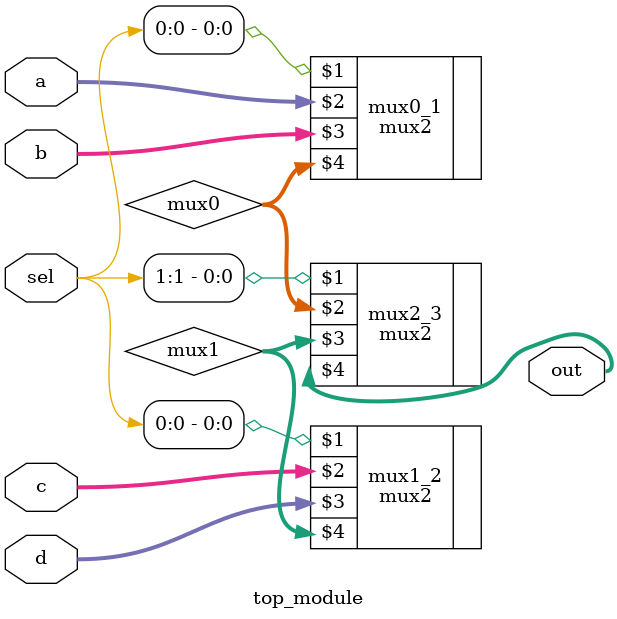
<source format=v>
module top_module (
    input [1:0] sel,
    input [7:0] a,
    input [7:0] b,
    input [7:0] c,
    input [7:0] d,
    output [7:0] out  );

    wire [7:0]mux0;
    wire [7:0] mux1;
    mux2 mux0_1 ( sel[0],    a,    b, mux0 );
    mux2 mux1_2 ( sel[0],    c,    d, mux1 );
    mux2 mux2_3 ( sel[1], mux0, mux1,  out );

endmodule

</source>
